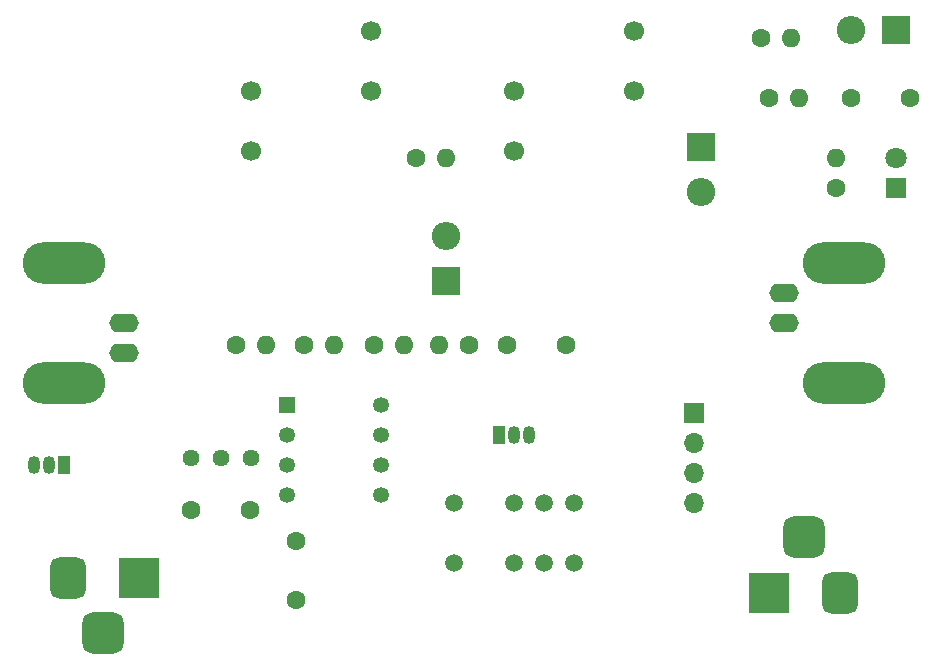
<source format=gbr>
G04 #@! TF.GenerationSoftware,KiCad,Pcbnew,7.0.2-0*
G04 #@! TF.CreationDate,2023-05-12T13:42:33-07:00*
G04 #@! TF.ProjectId,SWR Protector,53575220-5072-46f7-9465-63746f722e6b,v1.0*
G04 #@! TF.SameCoordinates,Original*
G04 #@! TF.FileFunction,Soldermask,Bot*
G04 #@! TF.FilePolarity,Negative*
%FSLAX46Y46*%
G04 Gerber Fmt 4.6, Leading zero omitted, Abs format (unit mm)*
G04 Created by KiCad (PCBNEW 7.0.2-0) date 2023-05-12 13:42:33*
%MOMM*%
%LPD*%
G01*
G04 APERTURE LIST*
G04 Aperture macros list*
%AMRoundRect*
0 Rectangle with rounded corners*
0 $1 Rounding radius*
0 $2 $3 $4 $5 $6 $7 $8 $9 X,Y pos of 4 corners*
0 Add a 4 corners polygon primitive as box body*
4,1,4,$2,$3,$4,$5,$6,$7,$8,$9,$2,$3,0*
0 Add four circle primitives for the rounded corners*
1,1,$1+$1,$2,$3*
1,1,$1+$1,$4,$5*
1,1,$1+$1,$6,$7*
1,1,$1+$1,$8,$9*
0 Add four rect primitives between the rounded corners*
20,1,$1+$1,$2,$3,$4,$5,0*
20,1,$1+$1,$4,$5,$6,$7,0*
20,1,$1+$1,$6,$7,$8,$9,0*
20,1,$1+$1,$8,$9,$2,$3,0*%
G04 Aperture macros list end*
%ADD10C,1.600000*%
%ADD11O,1.600000X1.600000*%
%ADD12C,1.700000*%
%ADD13O,2.500000X1.600000*%
%ADD14O,7.000000X3.500000*%
%ADD15C,1.500000*%
%ADD16C,1.440000*%
%ADD17R,2.400000X2.400000*%
%ADD18O,2.400000X2.400000*%
%ADD19R,3.500000X3.500000*%
%ADD20RoundRect,0.750000X0.750000X1.000000X-0.750000X1.000000X-0.750000X-1.000000X0.750000X-1.000000X0*%
%ADD21RoundRect,0.875000X0.875000X0.875000X-0.875000X0.875000X-0.875000X-0.875000X0.875000X-0.875000X0*%
%ADD22R,1.050000X1.500000*%
%ADD23O,1.050000X1.500000*%
%ADD24R,1.700000X1.700000*%
%ADD25O,1.700000X1.700000*%
%ADD26R,1.800000X1.800000*%
%ADD27C,1.800000*%
%ADD28R,1.350000X1.350000*%
%ADD29C,1.350000*%
%ADD30RoundRect,0.750000X-0.750000X-1.000000X0.750000X-1.000000X0.750000X1.000000X-0.750000X1.000000X0*%
%ADD31RoundRect,0.875000X-0.875000X-0.875000X0.875000X-0.875000X0.875000X0.875000X-0.875000X0.875000X0*%
G04 APERTURE END LIST*
D10*
X188595000Y-83820000D03*
X193595000Y-83820000D03*
X156210000Y-104775000D03*
D11*
X153670000Y-104775000D03*
D10*
X180975000Y-78740000D03*
D11*
X183515000Y-78740000D03*
D10*
X151765000Y-88900000D03*
D11*
X154305000Y-88900000D03*
D10*
X141605000Y-126325000D03*
X141605000Y-121325000D03*
D12*
X170180000Y-78200000D03*
X160020000Y-88360000D03*
X170180000Y-83280000D03*
X160020000Y-83280000D03*
D13*
X182880000Y-102870000D03*
D14*
X187960000Y-97790000D03*
D13*
X182880000Y-100330000D03*
D14*
X187960000Y-107950000D03*
D15*
X154940000Y-123190000D03*
X160020000Y-123190000D03*
X162560000Y-123190000D03*
X165100000Y-123190000D03*
X165100000Y-118110000D03*
X162560000Y-118110000D03*
X160020000Y-118110000D03*
X154940000Y-118110000D03*
D12*
X147955000Y-78200000D03*
X137795000Y-88360000D03*
X147955000Y-83280000D03*
X137795000Y-83280000D03*
D10*
X148180000Y-104775000D03*
D11*
X150720000Y-104775000D03*
D16*
X137795000Y-114300000D03*
X135255000Y-114300000D03*
X132715000Y-114300000D03*
D17*
X175895000Y-87965000D03*
D18*
X175895000Y-91775000D03*
D17*
X154305000Y-99360000D03*
D18*
X154305000Y-95550000D03*
D19*
X181610000Y-125730000D03*
D20*
X187610000Y-125730000D03*
D21*
X184610000Y-121030000D03*
D10*
X187325000Y-91440000D03*
D11*
X187325000Y-88900000D03*
D22*
X158750000Y-112395000D03*
D23*
X160020000Y-112395000D03*
X161290000Y-112395000D03*
D24*
X175260000Y-110490000D03*
D25*
X175260000Y-113030000D03*
X175260000Y-115570000D03*
X175260000Y-118110000D03*
D10*
X159465000Y-104775000D03*
X164465000Y-104775000D03*
X136525000Y-104775000D03*
D11*
X139065000Y-104775000D03*
D26*
X192405000Y-91440000D03*
D27*
X192405000Y-88900000D03*
D13*
X127000000Y-102870000D03*
D14*
X121920000Y-107950000D03*
D13*
X127000000Y-105410000D03*
D14*
X121920000Y-97790000D03*
D10*
X181610000Y-83820000D03*
D11*
X184150000Y-83820000D03*
D10*
X142240000Y-104775000D03*
D11*
X144780000Y-104775000D03*
D28*
X140810000Y-109855000D03*
D29*
X140810000Y-112395000D03*
X140810000Y-114935000D03*
X140810000Y-117475000D03*
X148750000Y-117475000D03*
X148750000Y-114935000D03*
X148750000Y-112395000D03*
X148750000Y-109855000D03*
D22*
X121920000Y-114935000D03*
D23*
X120650000Y-114935000D03*
X119380000Y-114935000D03*
D17*
X192405000Y-78105000D03*
D18*
X188595000Y-78105000D03*
D10*
X132715000Y-118745000D03*
X137715000Y-118745000D03*
D19*
X128270000Y-124460000D03*
D30*
X122270000Y-124460000D03*
D31*
X125270000Y-129160000D03*
M02*

</source>
